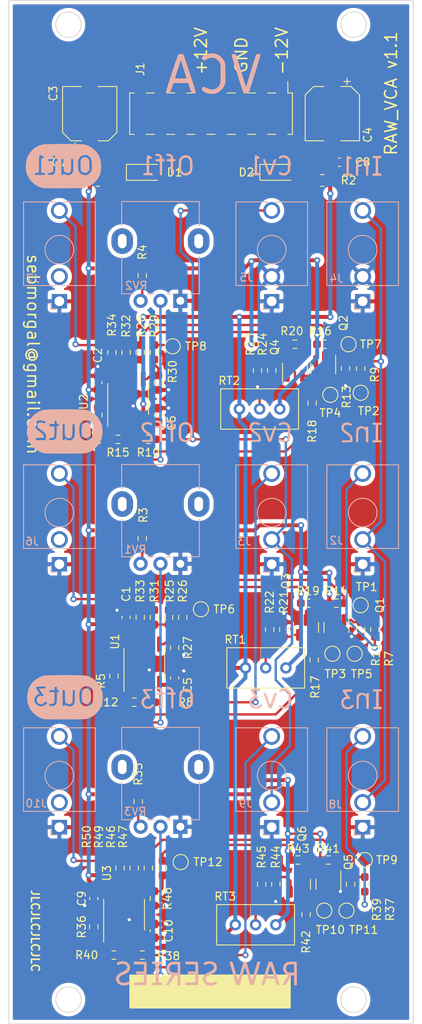
<source format=kicad_pcb>
(kicad_pcb (version 20211014) (generator pcbnew)
  (layers (0 "F.Cu" signal) (31 "B.Cu" signal) (34 "B.Paste" user) (35 "F.Paste" user) (36 "B.SilkS" user "B.Silkscreen") (37 "F.SilkS" user "F.Silkscreen") (38 "B.Mask" user) (39 "F.Mask" user) (44 "Edge.Cuts" user))
  (net 0 "")
  (net 1 "+12VA")
  (net 2 "GNDA")
  (net 3 "-12VA")
  (net 4 "Net-(D1-Pad1)")
  (net 5 "+12V")
  (net 6 "-12V")
  (net 7 "Net-(D2-Pad2)")
  (net 14 "Net-(J2-PadT)")
  (net 15 "IN1")
  (net 16 "Net-(J3-PadT)")
  (net 17 "CV1")
  (net 18 "Net-(J6-PadT)")
  (net 20 "Net-(J7-PadT)")
  (net 22 "Net-(Q1-Pad1)")
  (net 23 "Net-(Q1-Pad2)")
  (net 24 "Net-(Q1-Pad3)")
  (net 25 "Net-(Q2-Pad1)")
  (net 26 "Net-(Q2-Pad2)")
  (net 27 "Net-(Q2-Pad3)")
  (net 28 "Net-(Q3-Pad1)")
  (net 29 "Net-(Q3-Pad3)")
  (net 30 "Net-(Q4-Pad1)")
  (net 31 "Net-(Q4-Pad3)")
  (net 32 "Net-(R3-Pad2)")
  (net 33 "Net-(R4-Pad2)")
  (net 34 "Net-(R12-Pad2)")
  (net 35 "Net-(R5-Pad2)")
  (net 36 "Net-(R10-Pad1)")
  (net 37 "Net-(R6-Pad2)")
  (net 38 "Net-(R12-Pad1)")
  (net 39 "Net-(R15-Pad1)")
  (net 40 "Net-(R22-Pad1)")
  (net 41 "Net-(R24-Pad1)")
  (net 42 "Net-(R25-Pad2)")
  (net 43 "Net-(R26-Pad2)")
  (net 44 "Net-(R28-Pad2)")
  (net 45 "Net-(R29-Pad2)")
  (net 46 "Net-(R31-Pad1)")
  (net 47 "Net-(R32-Pad1)")
  (net 48 "Net-(J8-PadT)")
  (net 49 "Net-(J9-PadT)")
  (net 50 "Net-(J10-PadT)")
  (net 52 "Net-(Q5-Pad1)")
  (net 53 "Net-(Q5-Pad2)")
  (net 54 "Net-(Q5-Pad3)")
  (net 55 "Net-(Q6-Pad1)")
  (net 56 "Net-(Q6-Pad3)")
  (net 57 "Net-(R35-Pad2)")
  (net 58 "Net-(R36-Pad1)")
  (net 59 "Net-(R36-Pad2)")
  (net 60 "Net-(R40-Pad1)")
  (net 61 "Net-(R45-Pad1)")
  (net 62 "Net-(R46-Pad2)")
  (net 63 "Net-(R47-Pad2)")
  (net 64 "Net-(R49-Pad1)")
  (footprint "Resistor_SMD:R_0603_1608Metric_Pad0.98x0.95mm_HandSolder" (layer "F.Cu") (at 74.676 94.234)
    (fp_text reference "R15")
    (fp_text value "82k")
  )
  (footprint "Capacitor_SMD:C_0603_1608Metric_Pad1.08x0.95mm_HandSolder" (layer "F.Cu") (at 70.358 59.436 180)
    (fp_text reference "C7")
    (fp_text value "0.1uF")
  )
  (footprint "Resistor_SMD:R_0603_1608Metric_Pad0.98x0.95mm_HandSolder" (layer "F.Cu") (at 93.726 118.11 90)
    (fp_text reference "R22")
    (fp_text value "100k")
  )
  (footprint "Resistor_SMD:R_0603_1608Metric_Pad0.98x0.95mm_HandSolder" (layer "F.Cu") (at 92.202 85.598 -90)
    (fp_text reference "R23")
    (fp_text value "100")
  )
  (footprint "Resistor_SMD:R_0603_1608Metric_Pad0.98x0.95mm_HandSolder" (layer "F.Cu") (at 71.628 155.448 -90)
    (fp_text reference "R36")
    (fp_text value "100k")
  )
  (footprint "Potentiometer_THT:Potentiometer_Bourns_3296W_Vertical" (layer "F.Cu") (at 95.768 122.936)
    (fp_text reference "RT1")
    (fp_text value "100k")
  )
  (footprint "Resistor_SMD:R_0603_1608Metric_Pad0.98x0.95mm_HandSolder" (layer "F.Cu") (at 74.93 148.082 90)
    (fp_text reference "R50")
    (fp_text value "1k")
  )
  (footprint "Resistor_SMD:R_0603_1608Metric_Pad0.98x0.95mm_HandSolder" (layer "F.Cu") (at 79.248 83.312 -90)
    (fp_text reference "R29")
    (fp_text value "10k")
  )
  (footprint "TestPoint:TestPoint_Pad_D1.5mm" (layer "F.Cu") (at 104.394 121.158)
    (fp_text reference "TP5")
    (fp_text value "TestPoint")
  )
  (footprint "Potentiometer_THT:Potentiometer_Bourns_3296W_Vertical" (layer "F.Cu") (at 95.006 90.424)
    (fp_text reference "RT2")
    (fp_text value "100k")
  )
  (footprint "Resistor_SMD:R_0603_1608Metric_Pad0.98x0.95mm_HandSolder" (layer "F.Cu") (at 78.486 94.234)
    (fp_text reference "R10")
    (fp_text value "100k")
  )
  (footprint "TestPoint:TestPoint_Pad_D1.5mm" (layer "F.Cu") (at 100.584 153.416)
    (fp_text reference "TP10")
    (fp_text value "TestPoint")
  )
  (footprint "Package_TO_SOT_SMD:SOT-23" (layer "F.Cu") (at 101.102 150.114 -90)
    (fp_text reference "Q5")
    (fp_text value "BC848")
  )
  (footprint "Capacitor_SMD:CP_Elec_6.3x5.4" (layer "F.Cu") (at 101.6 53.34 -90)
    (fp_text reference "C4")
    (fp_text value "47uF")
  )
  (footprint "Resistor_SMD:R_0603_1608Metric_Pad0.98x0.95mm_HandSolder" (layer "F.Cu") (at 79.756 87.122 -90)
    (fp_text reference "R30")
    (fp_text value "100k")
  )
  (footprint "Resistor_SMD:R_0603_1608Metric_Pad0.98x0.95mm_HandSolder" (layer "F.Cu") (at 106.934 118.11 -90)
    (fp_text reference "R7")
    (fp_text value "100k")
  )
  (footprint "Resistor_SMD:R_0603_1608Metric_Pad0.98x0.95mm_HandSolder" (layer "F.Cu") (at 77.724 106.68 -90)
    (fp_text reference "R3")
    (fp_text value "20k")
  )
  (footprint "Resistor_SMD:R_0603_1608Metric_Pad0.98x0.95mm_HandSolder" (layer "F.Cu") (at 102.108 114.808)
    (fp_text reference "R14")
    (fp_text value "20k")
  )
  (footprint "Resistor_SMD:R_0603_1608Metric_Pad0.98x0.95mm_HandSolder" (layer "F.Cu") (at 105.674 150.114 -90)
    (fp_text reference "R37")
    (fp_text value "100k")
  )
  (footprint "Capacitor_SMD:C_0603_1608Metric_Pad1.08x0.95mm_HandSolder" (layer "F.Cu") (at 102.5155 59.436)
    (fp_text reference "C8")
    (fp_text value "0.1uF")
  )
  (footprint "Resistor_SMD:R_0805_2012Metric_Pad1.20x1.40mm_HandSolder" (layer "F.Cu") (at 100.33 61.722)
    (fp_text reference "R2")
    (fp_text value "10")
  )
  (footprint "Package_TO_SOT_SMD:SOT-23" (layer "F.Cu") (at 96.901 85.344 90)
    (fp_text reference "Q4")
    (fp_text value "BC848")
  )
  (footprint "Resistor_SMD:R_0603_1608Metric_Pad0.98x0.95mm_HandSolder" (layer "F.Cu") (at 94.498 150.114 -90)
    (fp_text reference "R44")
    (fp_text value "100")
  )
  (footprint "Package_SO:SOIC-8_3.9x4.9mm_P1.27mm" (layer "F.Cu") (at 75.438 153.924 90)
    (fp_text reference "U3")
    (fp_text value "TL072")
  )
  (footprint "Resistor_SMD:R_0603_1608Metric_Pad0.98x0.95mm_HandSolder" (layer "F.Cu") (at 77.216 139.7 -90)
    (fp_text reference "R35")
    (fp_text value "20k")
  )
  (footprint "Capacitor_SMD:C_0603_1608Metric_Pad1.08x0.95mm_HandSolder" (layer "F.Cu") (at 71.628 151.892 -90)
    (fp_text reference "C9")
    (fp_text value "0.1uF")
  )
  (footprint "TestPoint:TestPoint_Pad_D1.5mm" (layer "F.Cu") (at 105.156 115.062)
    (fp_text reference "TP1")
    (fp_text value "TestPoint")
  )
  (footprint "Resistor_SMD:R_0603_1608Metric_Pad0.98x0.95mm_HandSolder" (layer "F.Cu") (at 76.708 148.082 -90)
    (fp_text reference "R49")
    (fp_text value "100k")
  )
  (footprint "Capacitor_SMD:C_0603_1608Metric_Pad1.08x0.95mm_HandSolder" (layer "F.Cu") (at 81.788 124.206 90)
    (fp_text reference "C5")
    (fp_text value "0.1uF")
  )
  (footprint "Package_TO_SOT_SMD:SOT-23" (layer "F.Cu") (at 102.108 117.856 -90)
    (fp_text reference "Q1")
    (fp_text value "BC848")
  )
  (footprint "Resistor_SMD:R_0603_1608Metric_Pad0.98x0.95mm_HandSolder" (layer "F.Cu") (at 81.788 120.396 -90)
    (fp_text reference "R27")
    (fp_text value "100k")
  )
  (footprint "TestPoint:TestPoint_Pad_D1.5mm" (layer "F.Cu") (at 101.6 121.158)
    (fp_text reference "TP3")
    (fp_text value "TestPoint")
  )
  (footprint "Resistor_SMD:R_0603_1608Metric_Pad0.98x0.95mm_HandSolder" (layer "F.Cu") (at 72.136 91.186 -90)
    (fp_text reference "R6")
    (fp_text value "100k")
  )
  (footprint "Resistor_SMD:R_0603_1608Metric_Pad0.98x0.95mm_HandSolder" (layer "F.Cu") (at 101.102 147.066)
    (fp_text reference "R41")
    (fp_text value "20k")
  )
  (footprint "Resistor_SMD:R_0805_2012Metric_Pad1.20x1.40mm_HandSolder" (layer "F.Cu") (at 72.136 61.722 180)
    (fp_text reference "R1")
    (fp_text value "10")
  )
  (footprint "Package_TO_SOT_SMD:SOT-23" (layer "F.Cu") (at 98.298 117.856 90)
    (fp_text reference "Q3")
    (fp_text value "BC848")
  )
  (footprint "Package_TO_SOT_SMD:SOT-23" (layer "F.Cu") (at 97.292 150.114 90)
    (fp_text reference "Q6")
    (fp_text value "BC848")
  )
  (footprint "Resistor_SMD:R_0603_1608Metric_Pad0.98x0.95mm_HandSolder" (layer "F.Cu") (at 74.168 123.952 -90)
    (fp_text reference "R5")
    (fp_text value "100k")
  )
  (footprint "Potentiometer_THT:Potentiometer_Bourns_3296W_Vertical" (layer "F.Cu") (at 94.498 155.194)
    (fp_text reference "RT3")
    (fp_text value "100k")
  )
  (footprint "Resistor_SMD:R_0603_1608Metric_Pad0.98x0.95mm_HandSolder" (layer "F.Cu") (at 98.552 114.808)
    (fp_text reference "R19")
    (fp_text value "20k")
  )
  (footprint "Resistor_SMD:R_0603_1608Metric_Pad0.98x0.95mm_HandSolder" (layer "F.Cu") (at 79.248 116.586 -90)
    (fp_text reference "R31")
    (fp_text value "100k")
  )
  (footprint "Capacitor_SMD:C_0603_1608Metric_Pad1.08x0.95mm_HandSolder" (layer "F.Cu") (at 75.692 116.586 90)
    (fp_text reference "C1")
    (fp_text value "0.1uF")
  )
  (footprint "Resistor_SMD:R_0603_1608Metric_Pad0.98x0.95mm_HandSolder" (layer "F.Cu") (at 97.292 147.066)
    (fp_text reference "R43")
    (fp_text value "20k")
  )
  (footprint "TestPoint:TestPoint_Pad_D1.5mm" (layer "F.Cu") (at 103.632 82.296)
    (fp_text reference "TP7")
    (fp_text value "TestPoint")
  )
  (footprint "Diode_SMD:D_SOD-123" (layer "F.Cu") (at 77.978 60.706)
    (fp_text reference "D1")
    (fp_text value "1N5819")
  )
  (footprint "TestPoint:TestPoint_Pad_D1.5mm" (layer "F.Cu") (at 85.09 115.57)
    (fp_text reference "TP6")
    (fp_text value "TestPoint")
  )
  (footprint "Resistor_SMD:R_0603_1608Metric_Pad0.98x0.95mm_HandSolder" (layer "F.Cu") (at 81.026 116.586 -90)
    (fp_text reference "R25")
    (fp_text value "10k")
  )
  (footprint "Resistor_SMD:R_0603_1608Metric_Pad0.98x0.95mm_HandSolder" (layer "F.Cu") (at 76.708 127.254)
    (fp_text reference "R12")
    (fp_text value "82k")
  )
  (footprint "Capacitor_SMD:CP_Elec_6.3x5.4" (layer "F.Cu") (at 71.12 53.34 90)
    (fp_text reference "C3")
    (fp_text value "47uF")
  )
  (footprint "Package_SO:SOIC-8_3.9x4.9mm_P1.27mm" (layer "F.Cu") (at 75.946 89.154 90)
    (fp_text reference "U2")
    (fp_text value "TL072")
  )
  (footprint "Resistor_SMD:R_0603_1608Metric_Pad0.98x0.95mm_HandSolder" (layer "F.Cu") (at 105.156 85.344 90)
    (fp_text reference "R9")
    (fp_text value "100k")
  )
  (footprint "TestPoint:TestPoint_Pad_D1.5mm" (layer "F.Cu") (at 81.534 82.55)
    (fp_text reference "TP8")
    (fp_text value "TestPoint")
  )
  (footprint "Resistor_SMD:R_0603_1608Metric_Pad0.98x0.95mm_HandSolder" (layer "F.Cu") (at 80.264 148.082 -90)
    (fp_text reference "R47")
    (fp_text value "10k")
  )
  (footprint "Resistor_SMD:R_0603_1608Metric_Pad0.98x0.95mm_HandSolder" (layer "F.Cu") (at 77.724 73.66 -90)
    (fp_text reference "R4")
    (fp_text value "20k")
  )
  (footprint "Resistor_SMD:R_0603_1608Metric_Pad0.98x0.95mm_HandSolder" (layer "F.Cu") (at 80.264 127.254)
    (fp_text reference "R8")
    (fp_text value "100k")
  )
  (footprint "Resistor_SMD:R_0603_1608Metric_Pad0.98x0.95mm_HandSolder" (layer "F.Cu") (at 98.298 153.924 -90)
    (fp_text reference "R42")
    (fp_text value "10k")
  )
  (footprint "Resistor_SMD:R_0603_1608Metric_Pad0.98x0.95mm_HandSolder" (layer "F.Cu") (at 103.251 85.344 -90)
    (fp_text reference "R13")
    (fp_text value "100")
  )
  (footprint "Capacitor_SMD:C_0603_1608Metric_Pad1.08x0.95mm_HandSolder" (layer "F.Cu") (at 72.136 87.122 90)
    (fp_text reference "C2")
    (fp_text value "0.1uF")
  )
  (footprint "Capacitor_SMD:C_0603_1608Metric_Pad1.08x0.95mm_HandSolder" (layer "F.Cu") (at 79.248 155.956 90)
    (fp_text reference "C10")
    (fp_text value "0.1uF")
  )
  (footprint "TestPoint:TestPoint_Pad_D1.5mm" (layer "F.Cu") (at 101.346 88.646)
    (fp_text reference "TP4")
    (fp_text value "TestPoint")
  )
  (footprint "Resistor_SMD:R_0603_1608Metric_Pad0.98x0.95mm_HandSolder" (layer "F.Cu") (at 77.724 159.004)
    (fp_text reference "R38")
    (fp_text value "100k")
  )
  (footprint "Resistor_SMD:R_0603_1608Metric_Pad0.98x0.95mm_HandSolder" (layer "F.Cu") (at 92.72 150.114 90)
    (fp_text reference "R45")
    (fp_text value "100k")
  )
  (footprint "Resistor_SMD:R_0603_1608Metric_Pad0.98x0.95mm_HandSolder" (layer "F.Cu") (at 77.47 116.586 90)
    (fp_text reference "R33")
    (fp_text value "1k")
  )
  (footprint "Diode_SMD:D_SOD-123" (layer "F.Cu") (at 94.742 60.706)
    (fp_text reference "D2")
    (fp_text value "1N5819")
  )
  (footprint "Resistor_SMD:R_0603_1608Metric_Pad0.98x0.95mm_HandSolder" (layer "F.Cu") (at 99.06 89.662 -90)
    (fp_text reference "R18")
    (fp_text value "10k")
  )
  (footprint "TestPoint:TestPoint_Pad_D1.5mm" (layer "F.Cu") (at 105.156 88.392)
    (fp_text reference "TP2")
    (fp_text value "TestPoint")
  )
  (footprint "TestPoint:TestPoint_Pad_D1.5mm" (layer "F.Cu") (at 103.378 153.416)
    (fp_text reference "TP11")
    (fp_text value "TestPoint")
  )
  (footprint "Resistor_SMD:R_0603_1608Metric_Pad0.98x0.95mm_HandSolder" (layer "F.Cu") (at 77.47 83.312 -90)
    (fp_text reference "R28")
    (fp_text value "10k")
  )
  (footprint "Resistor_SMD:R_0603_1608Metric_Pad0.98x0.95mm_HandSolder" (layer "F.Cu") (at 99.314 121.92 -90)
    (fp_text reference "R17")
    (fp_text value "10k")
  )
  (footprint "Resistor_SMD:R_0603_1608Metric_Pad0.98x0.95mm_HandSolder" (layer "F.Cu") (at 105.156 118.11 -90)
    (fp_text reference "R11")
    (fp_text value "100")
  )
  (footprint "Resistor_SMD:R_0603_1608Metric_Pad0.98x0.95mm_HandSolder" (layer "F.Cu") (at 82.804 116.586 -90)
    (fp_text reference "R26")
    (fp_text value "10k")
  )
  (footprint "Resistor_SMD:R_0603_1608Metric_Pad0.98x0.95mm_HandSolder" (layer "F.Cu") (at 73.914 83.312 90)
    (fp_text reference "R34")
    (fp_text value "1k")
  )
  (footprint "Resistor_SMD:R_0603_1608Metric_Pad0.98x0.95mm_HandSolder" (layer "F.Cu") (at 79.248 151.892 -90)
    (fp_text reference "R48")
    (fp_text value "100k")
  )
  (footprint "Resistor_SMD:R_0603_1608Metric_Pad0.98x0.95mm_HandSolder" (layer "F.Cu") (at 78.486 148.082 -90)
    (fp_text reference "R46")
    (fp_text value "10k")
  )
  (footprint "TestPoint:TestPoint_Pad_D1.5mm" (layer "F.Cu") (at 82.55 147.32)
    (fp_text reference "TP12")
    (fp_text value "TestPoint")
  )
  (footprint "Resistor_SMD:R_0603_1608Metric_Pad0.98x0.95mm_HandSolder" (layer "F.Cu") (at 75.692 83.312 -90)
    (fp_text reference "R32")
    (fp_text value "100k")
  )
  (footprint "Capacitor_SMD:C_0603_1608Metric_Pad1.08x0.95mm_HandSolder" (layer "F.Cu") (at 79.756 91.186 90)
    (fp_text reference "C6")
    (fp_text value "0.1uF")
  )
  (footprint "Connector_PinHeader_2.54mm:PinHeader_2x08_P2.54mm_Vertical_SMD" (layer "F.Cu") (at 86.36 53.34 -90)
    (fp_text reference "J1")
    (fp_text value "Conn_02x08_Odd_Even")
  )
  (footprint "TestPoint:TestPoint_Pad_D1.5mm" (layer "F.Cu") (at 105.664 147.066)
    (fp_text reference "TP9")
    (fp_text value "TestPoint")
  )
  (footprint "Package_TO_SOT_SMD:SOT-23" (layer "F.Cu") (at 100.457 85.344 -90)
    (fp_text reference "Q2")
    (fp_text value "BC848")
  )
  (footprint "Package_SO:SOIC-8_3.9x4.9mm_P1.27mm" (layer "F.Cu") (at 77.978 122.428 90)
    (fp_text reference "U1")
    (fp_text value "TL072")
  )
  (footprint "Resistor_SMD:R_0603_1608Metric_Pad0.98x0.95mm_HandSolder" (layer "F.Cu") (at 96.901 82.296)
    (fp_text reference "R20")
    (fp_text value "20k")
  )
  (footprint "Resistor_SMD:R_0603_1608Metric_Pad0.98x0.95mm_HandSolder" (layer "F.Cu") (at 103.896 150.114 -90)
    (fp_text reference "R39")
    (fp_text value "100")
  )
  (footprint "Resistor_SMD:R_0603_1608Metric_Pad0.98x0.95mm_HandSolder" (layer "F.Cu") (at 100.584 82.296)
    (fp_text reference "R16")
    (fp_text value "20k")
  )
  (footprint "Resistor_SMD:R_0603_1608Metric_Pad0.98x0.95mm_HandSolder" (layer "F.Cu") (at 93.98 85.598 90)
    (fp_text reference "R24")
    (fp_text value "100k")
  )
  (footprint "Resistor_SMD:R_0603_1608Metric_Pad0.98x0.95mm_HandSolder" (layer "F.Cu") (at 74.168 159.004)
    (fp_text reference "R40")
    (fp_text value "82k")
  )
  (footprint "Resistor_SMD:R_0603_1608Metric_Pad0.98x0.95mm_HandSolder" (layer "F.Cu") (at 95.504 118.11 90)
    (fp_text reference "R21")
    (fp_text value "100")
  )
  (footprint "Connector_Audio:Jack_3.5mm_QingPu_WQP-PJ398SM_Vertical_CircularHoles" (layer "B.Cu") (at 67.31 109.92)
    (fp_text reference "J6")
    (fp_text value "AudioJack2_SwitchT")
  )
  (footprint "Connector_Audio:Jack_3.5mm_QingPu_WQP-PJ398SM_Vertical_CircularHoles" (layer "B.Cu") (at 105.41 109.92)
    (fp_text reference "J2")
    (fp_text value "AudioJack2_SwitchT")
  )
  (footprint "Connector_Audio:Jack_3.5mm_QingPu_WQP-PJ398SM_Vertical_CircularHoles" (layer "B.Cu") (at 93.98 76.9)
    (fp_text reference "J5")
    (fp_text value "AudioJack2_SwitchT")
  )
  (footprint "Connector_Audio:Jack_3.5mm_QingPu_WQP-PJ398SM_Vertical_CircularHoles" (layer "B.Cu") (at 105.41 76.9)
    (fp_text reference "J4")
    (fp_text value "AudioJack2_SwitchT")
  )
  (footprint "Potentiometer_THT:Potentiometer_Alpha_RD901F-40-00D_Single_Vertical" (layer "B.Cu") (at 82.51 109.865 90)
    (fp_text reference "RV1")
    (fp_text value "100k")
  )
  (footprint "Connector_Audio:Jack_3.5mm_QingPu_WQP-PJ398SM_Vertical_CircularHoles" (layer "B.Cu") (at 67.31 76.9)
    (fp_text reference "J7")
    (fp_text value "AudioJack2_SwitchT")
  )
  (footprint "Connector_Audio:Jack_3.5mm_QingPu_WQP-PJ398SM_Vertical_CircularHoles" (layer "B.Cu") (at 105.41 142.94)
    (fp_text reference "J8")
    (fp_text value "AudioJack2_SwitchT")
  )
  (footprint "Connector_Audio:Jack_3.5mm_QingPu_WQP-PJ398SM_Vertical_CircularHoles" (layer "B.Cu") (at 93.98 142.94)
    (fp_text reference "J9")
    (fp_text value "AudioJack2_SwitchT")
  )
  (footprint "Potentiometer_THT:Potentiometer_Alpha_RD901F-40-00D_Single_Vertical" (layer "B.Cu") (at 82.51 142.885 90)
    (fp_text reference "RV3")
    (fp_text value "100k")
  )
  (footprint "LOGO" (layer "B.Cu") (at 85.471 104.267 180)
    (fp_text reference "G***" hide)
    (fp_text value "LOGO" hide)
  )
  (footprint "Connector_Audio:Jack_3.5mm_QingPu_WQP-PJ398SM_Vertical_CircularHoles" (layer "B.Cu") (at 67.31 142.94)
    (fp_text reference "J10")
    (fp_text value "AudioJack2_SwitchT")
  )
  (footprint "Potentiometer_THT:Potentiometer_Alpha_RD901F-40-00D_Single_Vertical" (layer "B.Cu") (at 82.51 76.845 90)
    (fp_text reference "RV2")
    (fp_text value "100k")
  )
  (footprint "Connector_Audio:Jack_3.5mm_QingPu_WQP-PJ398SM_Vertical_CircularHoles" (layer "B.Cu") (at 93.98 109.92)
    (fp_text reference "J3")
    (fp_text value "AudioJack2_SwitchT")
  )
  (gr_poly (pts (xy 96.266 165.608) (xy 76.2 165.608) (xy 76.2 161.544) (xy 96.266 161.544)) (layer "F.SilkS") (width 0.2) (fill solid))
  (gr_line (start 111.76 167.64) (end 111.76 39.116) (layer "Edge.Cuts") (width 0.1))
  (gr_circle (center 104.267 164.592) (end 105.8672 164.592) (layer "Edge.Cuts") (width 0.1) (fill none))
  (gr_line (start 111.76 39.116) (end 60.96 39.116) (layer "Edge.Cuts") (width 0.1))
  (gr_circle (center 68.453 164.592) (end 70.0532 164.592) (layer "Edge.Cuts") (width 0.1) (fill none))
  (gr_line (start 111.76 167.64) (end 60.96 167.64) (layer "Edge.Cuts") (width 0.1))
  (gr_circle (center 68.453 42.164) (end 70.0532 42.164) (layer "Edge.Cuts") (width 0.1) (fill none))
  (gr_circle (center 104.267 42.164) (end 105.8672 42.164) (layer "Edge.Cuts") (width 0.1) (fill none))
  (gr_line (start 60.96 39.116) (end 60.96 167.64) (layer "Edge.Cuts") (width 0.1))
  (gr_text "JLCJLCJLCJLC" (at 64.262 155.956 270) (layer "F.SilkS") (effects (font (size 1 1) (thickness 0.2))))
  (gr_text "sebmorgal@gmail.com" (at 64.008 83.566 270) (layer "F.SilkS") (effects (font (size 1.5 1.5) (thickness 0.2))))
  (gr_text "+12V" (at 85.09 45.466 90) (layer "F.SilkS") (effects (font (size 1.5 1.5) (thickness 0.2))))
  (gr_text "GND" (at 90.17 45.974 90) (layer "F.SilkS") (effects (font (size 1.5 1.5) (thickness 0.2))))
  (gr_text "RAW_VCA v1.1" (at 108.966 50.8 90) (layer "F.SilkS") (effects (font (size 1.5 1.5) (thickness 0.2))))
  (gr_text "-12V" (at 95.25 45.466 90) (layer "F.SilkS") (effects (font (size 1.5 1.5) (thickness 0.2))))
  (segment (start 71.12 59.3355) (end 71.2205 59.436) (width 0.5) (layer "F.Cu") (net 1))
  (segment (start 100.076 143.764) (end 96.012 143.764) (width 0.3) (layer "F.Cu") (net 1))
  (segment (start 91.44 71.882) (end 90.551 72.771) (width 0.5) (layer "F.Cu") (net 1))
  (segment (start 72.263 148.971) (end 73.533 150.241) (width 0.5) (layer "F.Cu") (net 1))
  (segment (start 70.993 148.971) (end 72.263 148.971) (width 0.5) (layer "F.Cu") (net 1))
  (segment (start 71.0195 117.4485) (end 75.692 117.4485) (width 0.5) (layer "F.Cu") (net 1))
  (segment (start 100.076 145.796) (end 100.076 146.9525) (width 0.3) (layer "F.Cu") (net 1))
  (segment (start 74.041 87.757) (end 73.787 88.011) (width 0.5) (layer "F.Cu") (net 1))
  (segment (start 101.219 110.998) (end 97.79 110.998) (width 0.5) (layer "F.Cu") (net 1))
  (segment (start 70.993 149.606) (end 71.628 150.241) (width 0.5) (layer "F.Cu") (net 1))
  (segment (start 70.993 148.971) (end 70.993 149.606) (width 0.5) (layer "F.Cu") (net 1))
  (segment (start 76.073 119.953) (end 76.073 118.745) (width 0.5) (layer "F.Cu") (net 1))
  (segment (start 71.2205 59.436) (end 71.2205 61.6375) (width 0.5) (layer "F.Cu") (net 1))
  (segment (start 91.567 71.755) (end 99.695 71.755) (width 0.5) (layer "F.Cu") (net 1))
  (segment (start 97.79 110.998) (end 97.663 110.871) (width 0.5) (layer "F.Cu") (net 1))
  (segment (start 96.012 145.923) (end 96.3795 146.2905) (width 0.5) (layer "F.Cu") (net 1))
  (segment (start 70.993 117.475) (end 71.0195 117.4485) (width 0.5) (layer "F.Cu") (net 1))
  (segment (start 97.6395 114.808) (end 97.6395 113.6885) (width 0.5) (layer "F.Cu") (net 1))
  (segment (start 70.993 105.664) (end 91.821 105.664) (width 0.5) (layer "F.Cu") (net 1))
  (segment (start 76.073 118.745) (end 75.692 118.364) (width 0.5) (layer "F.Cu") (net 1))
  (segment (start 70.993 88.011) (end 72.1095 88.011) (width 0.5) (layer "F.Cu") (net 1))
  (segment (start 70.993 63.119) (end 71.136 62.976) (width 0.5) (layer "F.Cu") (net 1))
  (segment (start 72.1095 88.011) (end 72.136 87.9845) (width 0.5) (layer "F.Cu") (net 1))
  (segment (start 71.628 150.241) (end 71.628 151.0295) (width 0.5) (layer "F.Cu") (net 1))
  (segment (start 75.692 118.364) (end 75.692 117.4485) (width 0.5) (layer "F.Cu") (net 1))
  (segment (start 91.44 71.882) (end 91.567 71.755) (width 0.5) (layer "F.Cu") (net 1))
  (segment (start 96.3795 146.2905) (end 96.3795 147.066) (width 0.5) (layer "F.Cu") (net 1))
  (segment (start 97.6395 113.6885) (end 97.663 113.665) (width 0.5) (layer "F.Cu") (net 1))
  (segment (start 100.076 146.9525) (end 100.1895 147.066) (width 0.3) (layer "F.Cu") (net 1))
  (segment (start 91.44 82.296) (end 95.9885 82.296) (width 0.5) (layer "F.Cu") (net 1))
  (segment (start 101.219 114.7845) (end 101.1955 114.808) (width 0.5) (layer "F.Cu") (net 1))
  (segment (start 74.041 86.679) (end 74.041 87.757) (width 0.5) (layer "F.Cu") (net 1))
  (segment (start 92.456 105.029) (end 97.663 105.029) (width 0.5) (layer "F.Cu") (net 1))
  (segment (start 73.533 150.241) (end 73.533 151.449) (width 0.5) (layer "F.Cu") (net 1))
  (segment (start 71.136 62.976) (end 71.136 61.722) (width 0.5) (layer "F.Cu") (net 1))
  (segment (start 73.787 88.011) (end 72.1625 88.011) (width 0.5) (layer "F.Cu") (net 1))
  (segment (start 90.551 72.771) (end 70.993 72.771) (width 0.5) (layer "F.Cu") (net 1))
  (segment (start 93.218 137.033) (end 91.44 138.811) (width 0.5) (layer "F.Cu") (net 1))
  (segment (start 71.2205 61.6375) (end 71.136 61.722) (width 0.5) (layer "F.Cu") (net 1))
  (segment (start 70.993 138.811) (end 82.5265 138.811) (width 0.5) (layer "F.Cu") (net 1))
  (segment (start 71.12 56.14) (end 71.12 59.3355) (width 0.5) (layer "F.Cu") (net 1))
  (segment (start 72.1625 88.011) (end 72.136 87.9845) (width 0.5) (layer "F.Cu") (net 1))
  (segment (start 99.6715 82.296) (end 99.6715 81.1765) (width 0.5) (layer "F.Cu") (net 1))
  (segment (start 91.44 138.811) (end 82.5735 138.811) (width 0.5) (layer "F.Cu") (net 1))
  (segment (start 91.821 105.664) (end 92.456 105.029) (width 0.5) (layer "F.Cu") (net 1))
  (segment (start 96.012 137.033) (end 93.218 137.033) (width 0.5) (layer "F.Cu") (net 1))
  (segment (start 101.219 113.665) (end 101.219 114.7845) (width 0.5) (layer "F.Cu") (net 1))
  (segment (start 99.6715 81.1765) (end 99.695 81.153) (width 0.5) (layer "F.Cu") (net 1))
  (via (at 70.993 72.771) (size 0.8) (drill 0.4) (layers "F.Cu" "B.Cu") (net 1))
  (via (at 91.44 82.296) (size 0.8) (drill 0.4) (layers "F.Cu" "B.Cu") (net 1))
  (via (at 97.663 113.665) (size 0.8) (drill 0.4) (layers "F.Cu" "B.Cu") (net 1))
  (via (at 70.993 148.971) (size 0.8) (drill 0.4) (layers "F.Cu" "B.Cu") (net 1))
  (via (at 70.993 88.011) (size 0.8) (drill 0.4) (layers "F.Cu" "B.Cu") (net 1))
  (via (at 96.012 137.033) (size 0.8) (drill 0.4) (layers "F.Cu" "B.Cu") (net 1))
  (via (at 70.993 117.475) (size 0.8) (drill 0.4) (layers "F.Cu" "B.Cu") (net 1))
  (via (at 91.44 71.882) (size 0.8) (drill 0.4) (layers "F.Cu" "B.Cu") (net 1))
  (via (at 100.076 143.764) (size 0.8) (drill 0.4) (layers "F.Cu" "B.Cu") (net 1))
  (via (at 99.695 71.755) (size 0.8) (drill 0.4) (layers "F.Cu" "B.Cu") (net 1))
  (via (at 96.012 145.923) (size 0.8) (drill 0.4) (layers "F.Cu" "B.Cu") (net 1))
  (via (at 101.219 113.665) (size 0.8) (drill 0.4) (layers "F.Cu" "B.Cu") (net 1))
  (via (at 100.076 145.796) (size 0.8) (drill 0.4) (layers "F.Cu" "B.Cu") (net 1))
  (via (at 70.993 138.811) (size 0.8) (drill 0.4) (layers "F.Cu" "B.Cu") (net 1))
  (via (at 97.663 105.029) (size 0.8) (drill 0.4) (layers "F.Cu" "B.Cu") (net 1))
  (via (at 96.012 143.764) (size 0.8) (drill 0.4) (layers "F.Cu" "B.Cu") (net 1))
  (via (at 97.663 110.871) (size 0.8) (drill 0.4) (layers "F.Cu" "B.Cu") (net 1))
  (via (at 99.695 81.153) (size 0.8) (drill 0.4) (layers "F.Cu" "B.Cu") (net 1))
  (via (at 70.993 63.119) (size 0.8) (drill 0.4) (layers "F.Cu" "B.Cu") (net 1))
  (via (at 70.993 105.664) (size 0.8) (drill 0.4) (layers "F.Cu" "B.Cu") (net 1))
  (via (at 101.219 110.998) (size 0.8) (drill 0.4) (layers "F.Cu" "B.Cu") (net 1))
  (segment (start 97.663 113.665) (end 97.663 110.871) (width 0.5) (layer "B.Cu") (net 1))
  (segment (start 100.076 143.764) (end 100.076 145.796) (width 0.3) (layer "B.Cu") (net 1))
  (segment (start 99.695 81.153) (end 99.695 83.947) (width 0.5) (layer "B.Cu") (net 1))
  (segment (start 97.663 121.041) (end 97.663 113.665) (width 0.5) (layer "B.Cu") (net 1))
  (segment (start 70.993 63.119) (end 70.993 72.771) (width 0.5) (layer "B.Cu") (net 1))
  (segment (start 96.012 137.033) (end 96.012 145.923) (width 0.5) (layer "B.Cu") (net 1))
  (segment (start 70.993 72.771) (end 70.993 88.011) (width 0.5) (layer "B.Cu") (net 1))
  (segment (start 70.993 105.664) (end 70.993 88.011) (width 0.5) (layer "B.Cu") (net 1))
  (segment (start 97.663 110.871) (end 97.663 105.029) (width 0.5) (layer "B.Cu") (net 1))
  (segment (start 99.695 83.947) (end 95.006 88.636) (width 0.5) (layer "B.Cu") (net 1))
  (segment (start 95.768 122.936) (end 97.663 121.041) (width 0.5) (layer "B.Cu") (net 1))
  (segment (start 91.44 71.882) (end 91.44 82.296) (width 0.5) (layer "B.Cu") (net 1))
  (segment (start 70.993 138.811) (end 70.993 117.475) (width 0.5) (layer "B.Cu") (net 1))
  (segment (start 95.006 88.636) (end 95.006 90.424) (width 0.5) (layer "B.Cu") (net 1))
  (segment (start 70.993 117.475) (end 70.993 105.664) (width 0.5) (layer "B.Cu") (net 1))
  (segment (start 99.695 81.153) (end 99.695 71.755) (width 0.5) (layer "B.Cu") (net 1))
  (segment (start 101.219 110.998) (end 101.219 113.665) (width 0.5) (layer "B.Cu") (net 1))
  (segment (start 96.012 153.68) (end 94.498 155.194) (width 0.5) (layer "B.Cu") (net 1))
  (segment (start 96.012 145.923) (end 96.012 153.68) (width 0.5) (layer "B.Cu") (net 1))
  (segment (start 70.993 148.971) (end 70.993 138.811) (width 0.5) (layer "B.Cu") (net 1))
  (segment (start 70.5115 152.7545) (end 71.628 152.7545) (width 0.5) (layer "F.Cu") (net 2))
  (segment (start 79.248 152.8045) (end 80.7485 152.8045) (width 0.5) (layer "F.Cu") (net 2))
  (segment (start 82.55 142.845) (end 82.51 142.885) (width 0.3) (layer "F.Cu") (net 2))
  (segment (start 70.485 152.781) (end 70.5115 152.7545) (width 0.5) (layer "F.Cu") (net 2))
  (segment (start 80.7485 152.8045) (end 80.772 152.781) (width 0.5) (layer "F.Cu") (net 2))
  (segment (start 74.5755 115.7235) (end 74.549 115.697) (width 0.5) (layer "F.Cu") (net 2))
  (segment (start 95.504 117.1975) (end 95.504 116.078) (width 0.5) (layer "F.Cu") (net 2))
  (segment (start 75.692 115.7235) (end 74.5755 115.7235) (width 0.5) (layer "F.Cu") (net 2))
  (segment (start 81.0025 88.0345) (end 81.026 88.011) (width 0.5) (layer "F.Cu") (net 2))
  (segment (start 79.756 88.0345) (end 81.0025 88.0345) (width 0.5) (layer "F.Cu") (net 2))
  (segment (start 79.756 90.3235) (end 80.9995 90.3235) (width 0.5) (layer "F.Cu") (net 2))
  (segment (start 81.788 123.3435) (end 82.9045 123.3435) (width 0.5) (layer "F.Cu") (net 2))
  (segment (start 105.156 119.0225) (end 104.0365 119.0225) (width 0.5) (layer "F.Cu") (net 2))
  (segment (start 79.248 155.0935) (end 80.7455 155.0935) (width 0.5) (layer "F.Cu") (net 2))
  (segment (start 78.613 124.903) (end 78.613 123.19) (width 0.5) (layer "F.Cu") (net 2))
  (segment (start 104.0365 119.0225) (end 104.013 118.999) (width 0.5) (layer "F.Cu") (net 2))
  (segment (start 80.9995 90.3235) (end 81.026 90.297) (width 0.5) (layer "F.Cu") (net 2))
  (segment (start 92.202 86.5105) (end 92.202 87.63) (width 0.5) (layer "F.Cu") (net 2))
  (segment (start 80.7455 155.0935) (end 80.772 155.067) (width 0.5) (layer "F.Cu") (net 2))
  (segment (start 81.788 121.3085) (end 82.9075 121.3085) (width 0.5) (layer "F.Cu") (net 2))
  (segment (start 72.136 86.2595) (end 72.136 85.09) (width 0.5) (layer "F.Cu") (net 2))
  (segment (start 102.6395 151.0265) (end 102.616 151.003) (width 0.5) (layer "F.Cu") (net 2))
  (segment (start 82.9075 121.3085) (end 82.931 121.285) (width 0.5) (layer "F.Cu") (net 2))
  (segment (start 103.896 151.0265) (end 102.6395 151.0265) (width 0.5) (layer "F.Cu") (net 2))
  (segment (start 94.488 152.273) (end 94.498 152.263) (width 0.5) (layer "F.Cu") (net 2))
  (segment (start 76.581 91.629) (end 76.581 90.043) (width 0.5) (layer "F.Cu") (net 2))
  (segment (start 76.073 156.399) (end 76.073 154.559) (width 0.5) (layer "F.Cu") (net 2))
  (segment (start 94.498 152.263) (end 94.498 151.0265) (width 0.5) (layer "F.Cu") (net 2))
  (segment (start 103.251 87.503) (end 103.251 86.2565) (width 0.5) (layer "F.Cu") (net 2))
  (segment (start 82.9045 123.3435) (end 82.931 123.317) (width 0.5) (layer "F.Cu") (net 2))
  (via (at 104.013 118.999) (size 0.8) (drill 0.4) (layers "F.Cu" "B.Cu") (net 2))
  (via (at 94.488 152.273) (size 0.8) (drill 0.4) (layers "F.Cu" "B.Cu") (net 2))
  (via (at 74.549 115.697) (size 0.8) (drill 0.4) (layers "F.Cu" "B.Cu") (net 2))
  (via (at 81.026 88.011) (size 0.8) (drill 0.4) (layers "F.Cu" "B.Cu") (net 2))
  (via (at 78.613 123.19) (size 0.8) (drill 0.4) (layers "F.Cu" "B.Cu") (net 2))
  (via (at 82.931 121.285) (size 0.8) (drill 0.4) (layers "F.Cu" "B.Cu") (net 2))
  (via (at 103.251 87.503) (size 0.8) (drill 0.4) (layers "F.Cu" "B.Cu") (net 2))
  (via (at 82.931 123.317) (size 0.8) (drill 0.4) (layers "F.Cu" "B.Cu") (net 2))
  (via (at 76.581 90.043) (size 0.8) (drill 0.4) (layers "F.Cu" "B.Cu") (net 2))
  (via (at 72.136 85.09) (size 0.8) (drill 0.4) (layers "F.Cu" "B.Cu") (net 2))
  (via (at 95.504 116.078) (size 0.8) (drill 0.4) (layers "F.Cu" "B.Cu") (net 2))
  (via (at 70.485 152.781) (size 0.8) (drill 0.4) (layers "F.Cu" "B.Cu") (net 2))
  (via (at 80.772 155.067) (size 0.8) (drill 0.4) (layers "F.Cu" "B.Cu") (net 2))
  (via (at 102.616 151.003) (size 0.8) (drill 0.4) (layers "F.Cu" "B.Cu") (net 2))
  (via (at 81.026 90.297) (size 0.8) (drill 0.4) (layers "F.Cu" "B.Cu") (net 2))
  (via (at 92.202 87.63) (size 0.8) (drill 0.4) (layers "F.Cu" "B.Cu") (net 2))
  (via (at 76.073 154.559) (size 0.8) (drill 0.4) (layers "F.Cu" "B.Cu") (net 2))
  (via (at 80.772 152.781) (size 0.8) (drill 0.4) (layers "F.Cu" "B.Cu") (net 2))
  (segment (start 78.3325 156.8185) (end 77.913 156.399) (width 0.5) (layer "F.Cu") (net 3))
  (segment (start 101.33 60.595) (end 101.33 61.722) (width 0.5) (layer "F.Cu") (net 3))
  (segment (start 89.916 78.867) (end 101.346 78.867) (width 0.5) (layer "F.Cu") (net 3))
  (segment (start 78.675 91.629) (end 77.851 91.629) (width 0.5) (layer "F.Cu") (net 3))
  (segment (start 77.851 89.789) (end 77.851 91.629) (width 0.5) (layer "F.Cu") (net 3))
  (segment (start 81.788 125.0685) (end 80.0485 125.0685) (width 0.5) (layer "F.Cu") (net 3))
  (segment (start 101.6 59.383) (end 101.653 59.436) (width 0.5) (layer "F.Cu") (net 3))
  (segment (start 79.248 156.8185) (end 78.3325 156.8185) (width 0.5) (layer "F.Cu") (net 3))
  (segment (start 101.653 59.436) (end 101.653 60.272) (width 0.5) (layer "F.Cu") (net 3))
  (segment (start 80.0485 125.0685) (end 79.883 124.903) (width 0.5) (layer "F.Cu") (net 3))
  (segment (start 79.0945 92.0485) (end 78.675 91.629) (width 0.5) (layer "F.Cu") (net 3))
  (segment (start 85.09 122.936) (end 90.688 122.936) (width 0.5) (layer "F.Cu") (net 3))
  (segment (start 101.6 56.14) (end 101.6 59.383) (width 0.5) (layer "F.Cu") (net 3))
  (segment (start 101.653 60.272) (end 101.33 60.595) (width 0.5) (layer "F.Cu") (net 3))
  (segment (start 101.33 61.722) (end 101.33 63.357) (width 0.5) (layer "F.Cu") (net 3))
  (segment (start 87.7935 156.8185) (end 89.418 155.194) (width 0.5) (layer "F.Cu") (net 3))
  (segment (start 81.788 125.0685) (end 82.9575 125.0685) (width 0.5) (layer "F.Cu") (net 3))
  (segment (start 77.851 78.867) (end 89.916 78.867) (width 0.5) (layer "F.Cu") (net 3))
  (segment (start 79.248 156.8185) (end 87.7935 156.8185) (width 0.5) (layer "F.Cu") (net 3))
  (segment (start 79.756 92.0485) (end 79.0945 92.0485) (width 0.5) (layer "F.Cu") (net 3))
  (segment (start 82.9575 125.0685) (end 85.09 122.936) (width 0.5) (layer "F.Cu") (net 3))
  (segment (start 77.913 156.399) (end 77.343 156.399) (width 0.5) (layer "F.Cu") (net 3))
  (segment (start 101.33 63.357) (end 101.346 63.373) (width 0.5) (layer "F.Cu") (net 3))
  (via (at 77.851 78.867) (size 0.8) (drill 0.4) (layers "F.Cu" "B.Cu") (net 3))
  (via (at 101.346 78.867) (size 0.8) (drill 0.4) (layers "F.Cu" "B.Cu") (net 3))
  (via (at 77.851 89.789) (size 0.8) (drill 0.4) (layers "F.Cu" "B.Cu") (net 3))
  (via (at 89.916 78.867) (size 0.8) (drill 0.4) (layers "F.Cu" "B.Cu") (net 3))
  (via (at 101.346 63.373) (size 0.8) (drill 0.4) (layers "F.Cu" "B.Cu") (net 3))
  (segment (start 77.851 78.867) (end 77.851 89.789) (width 0.5) (layer "B.Cu") (net 3))
  (segment (start 89.408 155.184) (end 89.408 125.476) (width 0.5) (layer "B.Cu") (net 3))
  (segment (start 89.926 78.877) (end 89.926 90.424) (width 0.5) (layer "B.Cu") (net 3))
  (segment (start 89.926 90.424) (end 89.926 91.958) (width 0.5) (layer "B.Cu") (net 3))
  (segment (start 90.688 92.72) (end 90.688 122.936) (width 0.5) (layer "B.Cu") (net 3))
  (segment (start 89.916 78.867) (end 89.926 78.877) (width 0.5) (layer "B.Cu") (net 3))
  (segment (start 89.926 91.958) (end 90.688 92.72) (width 0.5) (layer "B.Cu") (net 3))
  (segment (start 89.418 155.194) (end 89.408 155.184) (width 0.5) (layer "B.Cu") (net 3))
  (segment (start 101.346 63.373) (end 101.346 78.867) (width 0.5) (layer "B.Cu") (net 3))
  (segment (start 89.408 125.476) (end 90.688 124.196) (width 0.5) (layer "B.Cu") (net 3))
  (segment (start 90.688 124.196) (end 90.688 122.936) (width 0.5) (layer "B.Cu") (net 3))
  (segment (start 74.422 61.722) (end 73.136 61.722) (width 0.5) (layer "F.Cu") (net 4))
  (segment (start 75.438 60.706) (end 74.422 61.722) (width 0.5) (layer "F.Cu") (net 4))
  (segment (start 76.328 60.706) (end 75.438 60.706) (width 0.5) (layer "F.Cu") (net 4))
  (segment (start 83.947 60.706) (end 79.628 60.706) (width 0.5) (layer "F.Cu") (net 5))
  (segment (start 85.09 59.563) (end 83.947 60.706) (width 0.5) (layer "F.Cu") (net 5))
  (segment (start 85.09 50.815) (end 85.09 55.865) (width 0.5) (layer "F.Cu") (net 5))
  (segment (start 85.09 55.865) (end 85.09 59.563) (width 0.5) (layer "F.Cu") (net 5))
  (segment (start 93.092 59.816) (end 93.092 60.706) (width 0.5) (layer "F.Cu") (net 6))
  (segment (start 95.25 57.658) (end 93.092 59.816) (width 0.5) (layer "F.Cu") (net 6))
  (segment (start 95.25 50.815) (end 95.25 57.658) (width 0.5) (layer "F.Cu") (net 6))
  (segment (start 98.044 61.722) (end 99.33 61.722) (width 0.5) (layer "F.Cu") (net 7))
  (segment (start 97.028 60.706) (end 98.044 61.722) (width 0.5) (layer "F.Cu") (net 7))
  (segment (start 96.392 60.706) (end 97.028 60.706) (width 0.5) (layer "F.Cu") (net 7))
  (segment (start 106.934 120.396) (end 106.934 119.0225) (width 0.3) (layer "F.Cu") (net 14))
  (via (at 106.934 120.396) (size 0.8) (drill 0.4) (layers "F.Cu" "B.Cu") (net 14))
  (segment (start 103.378 116.84) (end 103.378 100.552) (width 0.3) (layer "B.Cu") (net 14))
  (segment (start 106.934 120.396) (end 103.378 116.84) (width 0.3) (layer "B.Cu") (net 14))
  (segment (start 103.378 100.552) (end 105.41 98.52) (width 0.3) (layer "B.Cu") (net 14))
  (segment (start 107.696 84.455) (end 107.6725 84.4315) (width 0.3) (layer "F.Cu") (net 15))
  (segment (start 107.6725 84.4315) (end 105.156 84.4315) (width 0.3) (layer "F.Cu") (net 15))
  (via (at 107.696 84.455) (size 0.8) (drill 0.4) (layers "F.Cu" "B.Cu") (net 15))
  (segment (start 107.696 67.786) (end 105.41 65.5) (width 0.3) (layer "B.Cu") (net 15))
  (segment (start 108.204 109.614) (end 108.204 137.046) (width 0.3) (layer "B.Cu") (net 15))
  (segment (start 108.204 137.046) (end 105.41 139.84) (width 0.3) (layer "B.Cu") (net 15))
  (segment (start 107.696 84.455) (end 107.696 104.534) (width 0.3) (layer "B.Cu") (net 15))
  (segment (start 105.41 106.82) (end 108.204 109.614) (width 0.3) (layer "B.Cu") (net 15))
  (segment (start 107.696 84.455) (end 107.696 67.786) (width 0.3) (layer "B.Cu") (net 15))
  (segment (start 107.696 104.534) (end 105.41 106.82) (width 0.3) (layer "B.Cu") (net 15))
  (segment (start 81.1765 127.254) (end 91.948 127.254) (width 0.3) (layer "F.Cu") (net 16))
  (via (at 91.948 127.254) (size 0.8) (drill 0.4) (layers "F.Cu" "B.Cu") (net 16))
  (segment (start 91.948 100.552) (end 93.98 98.52) (width 0.3) (layer "B.Cu") (net 16))
  (segment (start 91.948 127.254) (end 91.948 100.552) (width 0.3) (layer "B.Cu") (net 16))
  (segment (start 95.758 94.234) (end 84.074 94.234) (width 0.3) (layer "F.Cu") (net 17))
  (segment (start 82.582 65.5) (end 93.98 65.5) (width 0.3) (layer "F.Cu") (net 17))
  (segment (start 84.074 94.234) (end 79.3985 94.234) (width 0.3) (layer "F.Cu") (net 17))
  (segment (start 82.55 65.532) (end 82.582 65.5) (width 0.3) (layer "F.Cu") (net 17))
  (via (at 82.55 65.532) (size 0.8) (drill 0.4) (layers "F.Cu" "B.Cu") (net 17))
  (via (at 95.758 94.234) (size 0.8) (drill 0.4) (layers "F.Cu" "B.Cu") (net 17))
  (via (at 84.074 94.234) (size 0.8) (drill 0.4) (layers "F.Cu" "B.Cu") (net 17))
  (segment (start 95.758 94.234) (end 95.758 105.042) (width 0.3) (layer "B.Cu") (net 17))
  (segment (start 96.52 109.36) (end 96.52 119.888) (width 0.3) (layer "B.Cu") (net 17))
  (segment (start 93.98 135.001) (end 93.98 139.84) (width 0.3) (layer "B.Cu") (net 17))
  (segment (start 82.55 65.532) (end 82.55 70.612) (width 0.3) (layer "B.Cu") (net 17))
  (segment (start 84.074 72.136) (end 84.074 94.234) (width 0.3) (layer "B.Cu") (net 17))
  (segment (start 94.488 124.46) (end 96.266 126.238) (width 0.3) (layer "B.Cu") (net 17))
  (segment (start 96.52 119.888) (end 94.488 121.92) (width 0.3) (layer "B.Cu") (net 17))
  (segment (start 82.55 70.612) (end 84.074 72.136) (width 0.3) (layer "B.Cu") (net 17))
  (segment (start 96.266 132.715) (end 93.98 135.001) (width 0.3) (layer "B.Cu") (net 17))
  (segment (start 95.758 105.042) (end 93.98 106.82) (width 0.3) (layer "B.Cu") (net 17))
  (segment (start 93.98 106.82) (end 96.52 109.36) (width 0.3) (layer "B.Cu") (net 17))
  (segment (start 96.266 126.238) (end 96.266 132.715) (width 0.3) (layer "B.Cu") (net 17))
  (segment (start 94.488 121.92) (end 94.488 124.46) (width 0.3) (layer "B.Cu") (net 17))
  (segment (start 76.835 114.3) (end 77.47 114.935) (width 0.3) (layer "F.Cu") (net 18))
  (segment (start 77.47 114.935) (end 77.47 115.6735) (width 0.3) (layer "F.Cu") (net 18))
  (segment (start 69.088 114.3) (end 76.835 114.3) (width 0.3) (layer "F.Cu") (net 18))
  (via (at 69.088 114.3) (size 0.8) (drill 0.4) (layers "F.Cu" "B.Cu") (net 18))
  (segment (start 69.088 100.298) (end 67.31 98.52) (width 0.3) (layer "B.Cu") (net 18))
  (segment (start 69.088 114.3) (end 69.088 100.298) (width 0.3) (layer "B.Cu") (net 18))
  (segment (start 69.342 82.296) (end 69.4455 82.3995) (width 0.3) (layer "F.Cu") (net 20))
  (segment (start 69.4455 82.3995) (end 73.914 82.3995) (width 0.3) (layer "F.Cu") (net 20))
  (via (at 69.342 82.296) (size 0.8) (drill 0.4) (layers "F.Cu" "B.Cu") (net 20))
  (segment (start 69.342 67.532) (end 67.31 65.5) (width 0.3) (layer "B.Cu") (net 20))
  (segment (start 69.342 82.296) (end 69.342 67.532) (width 0.3) (layer "B.Cu") (net 20))
  (segment (start 103.9645 116.9185) (end 104.2435 117.1975) (width 0.3) (layer "F.Cu") (net 22))
  (segment (start 105.156 117.1975) (end 105.156 115.062) (width 0.3) (layer "F.Cu") (net 22))
  (segment (start 103.058 116.9185) (end 103.9645 116.9185) (width 0.3) (layer "F.Cu") (net 22))
  (segment (start 106.934 117.1975) (end 104.2435 117.1975) (width 0.3) (layer "F.Cu") (net 22))
  (segment (start 100.4085 118.7935) (end 99.248 118.7935) (width 0.3) (layer "F.Cu") (net 23))
  (segment (start 101.158 118.044) (end 100.4085 118.7935) (width 0.3) (layer "F.Cu") (net 23))
  (segment (start 99.314 121.0075) (end 101.4495 121.0075) (width 0.3) (layer "F.Cu") (net 23))
  (segment (start 99.248 120.9415) (end 99.314 121.0075) (width 0.3) (layer "F.Cu") (net 23))
  (segment (start 101.4495 121.0075) (end 101.6 121.158) (width 0.3) (layer "F.Cu") (net 23))
  (segment (start 101.158 116.9185) (end 101.158 118.044) (width 0.3) (layer "F.Cu") (net 23))
  (segment (start 99.248 118.7935) (end 99.248 120.9415) (width 0.3) (layer "F.Cu") (net 23))
  (segment (start 102.108 118.7935) (end 102.108 115.7205) (width 0.3) (layer "F.Cu") (net 24))
  (segment (start 100.965 111.887) (end 103.0205 113.9425) (width 0.3) (layer "F.Cu") (net 24))
  (segment (start 102.108 118.872) (end 104.394 121.158) (width 0.3) (layer "F.Cu") (net 24))
  (segment (start 102.108 118.7935) (end 102.108 118.872) (width 0.3) (layer "F.Cu") (net 24))
  (segment (start 83.82 111.887) (end 100.965 111.887) (width 0.3) (layer "F.Cu") (net 24))
  (segment (start 102.108 115.7205) (end 103.0205 114.808) (width 0.3) (layer "F.Cu") (net 24))
  (segment (start 103.0205 113.9425) (end 103.0205 114.808) (width 0.3) (layer "F.Cu") (net 24))
  (segment (start 81.026 114.681) (end 83.82 111.887) (width 0.3) (layer "F.Cu") (net 24))
  (segment (start 81.026 115.6735) (end 81.026 114.681) (width 0.3) (layer "F.Cu") (net 24))
  (segment (start 105.076 86.2565) (end 103.251 84.4315) (width 0.3) (layer "F.Cu") (net 25))
  (segment (start 103.226 84.4065) (end 103.251 84.4315) (width 0.3) (layer "F.Cu") (net 25))
  (segment (start 101.407 84.4065) (end 103.226 84.4065) (width 0.3) (layer "F.Cu") (net 25))
  (segment (start 105.156 86.2565) (end 105.076 86.2565) (width 0.3) (layer "F.Cu") (net 25))
  (segment (start 105.156 86.2565) (end 105.156 88.392) (width 0.3) (layer "F.Cu") (net 25))
  (segment (start 99.06 88.7495) (end 101.2425 88.7495) (width 0.3) (layer "F.Cu") (net 26))
  (segment (start 99.507 84.4065) (end 99.507 85.405) (width 0.3) (layer "F.Cu") (net 26))
  (segment (start 99.507 85.405) (end 98.6305 86.2815) (width 0.3) (layer "F.Cu") (net 26))
  (segment (start 97.851 87.183) (end 99.06 88.392) (width 0.3) (layer "F.Cu") (net 26))
  (segment (start 98.6305 86.2815) (end 97.851 86.2815) (width 0.3) (layer "F.Cu") (net 26))
  (segment (start 97.851 86.2815) (end 97.851 87.183) (width 0.3) (layer "F.Cu") (net 26))
  (segment (start 101.2425 88.7495) (end 101.346 88.646) (width 0.3) (layer "F.Cu") (net 26))
  (segment (start 99.06 88.392) (end 99.06 88.7495) (width 0.3) (layer "F.Cu") (net 26))
  (segment (start 78.867 79.883) (end 100.203 79.883) (width 0.3) (layer "F.Cu") (net 27))
  (segment (start 101.4965 82.296) (end 103.632 82.296) (width 0.3) (layer "F.Cu") (net 27))
  (segment (start 77.47 82.3995) (end 77.47 81.28) (width 0.3) (layer "F.Cu") (net 27))
  (segment (start 101.4965 82.296) (end 100.457 83.3355) (width 0.3) (layer "F.Cu") (net 27))
  (segment (start 77.47 81.28) (end 78.867 79.883) (width 0.3) (layer "F.Cu") (net 27))
  (segment (start 101.4965 81.1765) (end 101.4965 82.296) (width 0.3) (layer "F.Cu") (net 27))
  (segment (start 100.457 83.3355) (end 100.457 86.2815) (width 0.3) (layer "F.Cu") (net 27))
  (segment (start 100.203 79.883) (end 101.4965 81.1765) (width 0.3) (layer "F.Cu") (net 27))
  (segment (start 96.5985 118.7935) (end 96.3695 119.0225) (width 0.3) (layer "F.Cu") (net 28))
  (segment (start 93.726 117.2445) (end 95.504 119.0225) (width 0.3) (layer "F.Cu") (net 28))
  (segment (start 97.348 118.7935) (end 96.5985 118.7935) (width 0.3) (layer "F.Cu") (net 28))
  (segment (start 96.3695 119.0225) (end 95.504 119.0225) (width 0.3) (layer "F.Cu") (net 28))
  (segment (start 93.726 117.1975) (end 93.726 117.2445) (width 0.3) (layer "F.Cu") (net 28))
  (segment (start 99.4645 114.1965) (end 99.4645 114.808) (width 0.3) (layer "F.Cu") (net 29))
  (segment (start 84.9865 115.6735) (end 85.09 115.57) (width 0.3) (layer "F.Cu") (net 29))
  (segment (start 99.4645 114.808) (end 99.314 114.808) (width 0.3) (layer "F.Cu") (net 29))
  (segment (start 84.836 112.776) (end 98.044 112.776) (width 0.3) (layer "F.Cu") (net 29))
  (segment (start 98.044 112.776) (end 99.4645 114.1965) (width 0.3) (layer "F.Cu") (net 29))
  (segment (start 98.298 115.824) (end 98.298 116.9185) (width 0.3) (layer "F.Cu") (net 29))
  (segment (start 82.804 114.808) (end 84.836 112.776) (width 0.3) (layer "F.Cu") (net 29))
  (segment (start 82.804 115.6735) (end 84.9865 115.6735) (width 0.3) (layer "F.Cu") (net 29))
  (segment (start 82.804 115.6735) (end 82.804 114.808) (width 0.3) (layer "F.Cu") (net 29))
  (segment (start 99.314 114.808) (end 98.298 115.824) (width 0.3) (layer "F.Cu") (net 29))
  (segment (start 92.202 84.6855) (end 93.98 84.6855) (width 0.3) (layer "F.Cu") (net 30))
  (segment (start 95.951 86.2815) (end 95.951 85.283) (width 0.3) (layer "F.Cu") (net 30))
  (segment (start 95.951 85.283) (end 95.3535 84.6855) (width 0.3) (layer "F.Cu") (net 30))
  (segment (start 95.3535 84.6855) (end 93.98 84.6855) (width 0.3) (layer "F.Cu") (net 30))
  (segment (start 97.282 80.772) (end 79.756 80.772) (width 0.3) (layer "F.Cu") (net 31))
  (segment (start 97.8135 82.7805) (end 96.901 83.693) (width 0.3) (layer "F.Cu") (net 31))
  (segment (start 79.756 80.772) (end 79.248 81.28) (width 0.3) (layer "F.Cu") (net 31))
  (segment (start 97.8135 82.296) (end 97.8135 82.7805) (width 0.3) (layer "F.Cu") (net 31))
  (segment (start 79.248 81.28) (end 79.248 82.3995) (width 0.3) (layer "F.Cu") (net 31))
  (segment (start 96.901 83.693) (end 96.901 84.4065) (width 0.3) (layer "F.Cu") (net 31))
  (segment (start 97.8135 81.3035) (end 97.282 80.772) (width 0.3) (layer "F.Cu") (net 31))
  (segment (start 97.8135 82.296) (end 97.8135 81.3035) (width 0.3) (layer "F.Cu") (net 31))
  (segment (start 81.3835 82.3995) (end 81.534 82.55) (width 0.3) (layer "F.Cu") (net 31))
  (segment (start 79.248 82.3995) (end 81.3835 82.3995) (width 0.3) (layer "F.Cu") (net 31))
  (segment (start 77.724 107.5925) (end 77.724 109.651) (width 0.3) (layer "F.Cu") (net 32))
  (segment (start 77.724 109.651) (end 77.51 109.865) (width 0.3) (layer "F.Cu") (net 32))
  (segment (start 77.724 76.631) (end 77.51 76.845) (width 0.3) (layer "F.Cu") (net 33))
  (segment (start 77.724 74.5725) (end 77.724 76.631) (width 0.3) (layer "F.Cu") (net 33))
  (segment (start 74.168 123.0395) (end 76.8115 123.0395) (width 0.3) (layer "F.Cu") (net 34))
  (segment (start 77.343 126.111) (end 77.6205 126.3885) (width 0.3) (layer "F.Cu") (net 34))
  (segment (start 77.6205 126.3885) (end 77.6205 127.254) (width 0.3) (layer "F.Cu") (net 34))
  (segment (start 77.343 123.571) (end 77.343 124.903) (width 0.3) (layer "F.Cu") (net 34))
  (segment (start 76.8115 123.0395) (end 77.343 123.571) (width 0.3) (layer "F.Cu") (net 34))
  (segment (start 77.6205 127.254) (end 79.3515 127.254) (width 0.3) (layer "F.Cu") (net 34))
  (segment (start 77.343 124.903) (end 77.343 126.111) (width 0.3) (layer "F.Cu") (net 34))
  (segment (start 80.01 129.794) (end 75.946 129.794) (width 0.3) (layer "F.Cu") (net 35))
  (segment (start 74.168 128.016) (end 74.168 124.8645) (width 0.3) (layer "F.Cu") (net 35))
  (segment (start 75.946 129.794) (end 74.168 128.016) (width 0.3) (layer "F.Cu") (net 35))
  (via (at 80.01 129.794) (size 0.8) (drill 0.4) (layers "F.Cu" "B.Cu") (net 35))
  (segment (start 80.01 109.865) (end 80.01 129.794) (width 0.3) (layer "B.Cu") (net 35))
  (segment (start 75.311 90.297) (end 74.803 89.789) (width 0.3) (layer "F.Cu") (net 36))
  (segment (start 74.803 89.789) (end 73.533 89.789) (width 0.3) (layer "F.Cu") (net 36))
  (segment (start 73.0485 90.2735) (end 72.136 90.2735) (width 0.3) (layer "F.Cu") (net 36))
  (segment (start 73.533 89.789) (end 73.0485 90.2735) (width 0.3) (layer "F.Cu") (net 36))
  (segment (start 75.311 93.091) (end 75.5885 93.3685) (width 0.3) (layer "F.Cu") (net 36))
  (segment (start 75.5885 93.3685) (end 75.5885 94.234) (width 0.3) (layer "F.Cu") (net 36))
  (segment (start 75.311 91.629) (end 75.311 90.297) (width 0.3) (layer "F.Cu") (net 36))
  (segment (start 75.311 91.629) (end 75.311 93.091) (width 0.3) (layer "F.Cu") (net 36))
  (segment (start 75.5885 94.234) (end 77.5735 94.234) (width 0.3) (layer "F.Cu") (net 36))
  (segment (start 72.136 95.25) (end 72.136 92.0985) (width 0.3) (layer "F.Cu") (net 37))
  (segment (start 80.01 96.774) (end 73.66 96.774) (width 0.3) (layer "F.Cu") (net 37))
  (segment (start 73.66 96.774) (end 72.136 95.25) (width 0.3) (layer "F.Cu") (net 37))
  (via (at 80.01 96.774) (size 0.8) (drill 0.4) (layers "F.Cu" "B.Cu") (net 37))
  (segment (start 80.01 76.845) (end 80.01 96.774) (width 0.3) (layer "B.Cu") (net 37))
  (segment (start 99.314 122.8325) (end 99.314 123.952) (width 0.3) (layer "F.Cu") (net 38))
  (segment (start 76.454 128.778) (end 78.486 128.778) (width 0.3) (layer "F.Cu") (net 38))
  (segment (start 78.486 128.778) (end 94.488 128.778) (width 0.3) (layer "F.Cu") (net 38))
  (segment (start 99.314 123.952) (end 94.488 128.778) (width 0.3) (layer "F.Cu") (net 38))
  (segment (start 75.7955 127.254) (end 75.7955 128.1195) (width 0.3) (layer "F.Cu") (net 38))
  (segment (start 76.073 124.903) (end 76.073 126.111) (width 0.3) (layer "F.Cu") (net 38))
  (segment (start 75.7955 128.1195) (end 76.454 128.778) (width 0.3) (layer "F.Cu") (net 38))
  (segment (start 75.7955 126.3885) (end 75.7955 127.254) (width 0.3) (layer "F.Cu") (net 38))
  (segment (start 76.073 126.111) (end 75.7955 126.3885) (width 0.3) (layer "F.Cu") (net 38))
  (segment (start 73.7635 93.3685) (end 73.7635 94.234) (width 0.3) (layer "F.Cu") (net 39))
  (segment (start 95.758 95.758) (end 74.422 95.758) (width 0.3) (layer "F.Cu") (net 39))
  (segment (start 99.06 92.456) (end 95.758 95.758) (width 0.3) (layer "F.Cu") (net 39))
  (segment (start 99.06 90.5745) (end 99.06 92.456) (width 0.3) (layer "F.Cu") (net 39))
  (segment (start 74.422 95.758) (end 73.7635 95.0995) (width 0.3) (layer "F.Cu") (net 39))
  (segment (start 74.041 91.629) (end 74.041 93.091) (width 0.3) (layer "F.Cu") (net 39))
  (segment (start 73.7635 95.0995) (end 73.7635 94.234) (width 0.3) (layer "F.Cu") (net 39))
  (segment (start 74.041 93.091) (end 73.7635 93.3685) (width 0.3) (layer "F.Cu") (net 39))
  (segment (start 93.228 120.66) (end 93.228 122.936) (width 0.3) (layer "F.Cu") (net 40))
  (segment (start 93.218 120.65) (end 93.228 120.66) (width 0.3) (layer "F.Cu") (net 40))
  (segment (start 93.726 119.0225) (end 93.726 120.142) (width 0.3) (layer "F.Cu") (net 40))
  (segment (start 93.726 120.142) (end 93.218 120.65) (width 0.3) (layer "F.Cu") (net 40))
  (segment (start 93.98 86.5105) (end 93.98 87.63) (width 0.3) (layer "F.Cu") (net 41))
  (segment (start 92.466 89.144) (end 92.466 90.424) (width 0.3) (layer "F.Cu") (net 41))
  (segment (start 93.98 87.63) (end 92.466 89.144) (width 0.3) (layer "F.Cu") (net 41))
  (segment (start 78.613 119.953) (end 78.613 118.745) (width 0.3) (layer "F.Cu") (net 42))
  (segment (start 78.613 118.745) (end 79.248 118.11) (width 0.3) (layer "F.Cu") (net 42))
  (segment (start 79.248 118.11) (end 79.248 117.4985) (width 0.3) (layer "F.Cu") (net 42))
  (segment (start 79.248 117.4985) (end 81.026 117.4985) (width 0.3) (layer "F.Cu") (net 42))
  (segment (start 81.788 118.999) (end 81.788 119.4835) (width 0.3) (layer "F.Cu") (net 43))
  (segment (start 79.883 119.953) (end 80.453 119.953) (width 0.3) (layer "F.Cu") (net 43))
  (segment (start 82.804 117.4985) (end 82.804 117.983) (width 0.3) (layer "F.Cu") (net 43))
  (segment (start 80.453 119.953) (end 80.9225 119.4835) (width 0.3) (layer "F.Cu") (net 43))
  (segment (start 82.804 117.983) (end 81.788 118.999) (width 0.3) (layer "F.Cu") (net 43))
  (segment (start 80.9225 119.4835) (end 81.788 119.4835) (width 0.3) (layer "F.Cu") (net 43))
  (segment (start 75.692 84.2245) (end 77.47 84.2245) (width 0.3) (layer "F.Cu") (net 44))
  (segment (start 75.692 84.836) (end 75.692 84.2245) (width 0.3) (layer "F.Cu") (net 44))
  (segment (start 76.581 86.679) (end 76.581 85.725) (width 0.3) (layer "F.Cu") (net 44))
  (segment (start 76.581 85.725) (end 75.692 84.836) (width 0.3) (layer "F.Cu") (net 44))
  (segment (start 79.248 84.836) (end 79.248 84.2245) (width 0.3) (layer "F.Cu") (net 45))
  (segment (start 79.756 86.2095) (end 78.7635 86.2095) (width 0.3) (layer "F.Cu") (net 45))
  (segment (start 79.756 86.2095) (end 79.756 85.344) (width 0.3) (layer "F.Cu") (net 45))
  (segment (start 78.294 86.679) (end 77.851 86.679) (width 0.3) (layer "F.Cu") (net 45))
  (segment (start 78.7635 86.2095) (end 78.294 86.679) (width 0.3) (layer "F.Cu") (net 45))
  (segment (start 79.756 85.344) (end 79.248 84.836) (width 0.3) (layer "F.Cu") (net 45))
  (segment (start 77.343 117.6255) (end 77.47 117.4985) (width 0.3) (layer "F.Cu") (net 46))
  (segment (start 79.248 115.6735) (end 79.248 115.7205) (width 0.3) (layer "F.Cu") (net 46))
  (segment (start 77.343 119.953) (end 77.343 117.6255) (width 0.3) (layer "F.Cu") (net 46))
  (segment (start 79.248 115.7205) (end 77.47 117.4985) (width 0.3) (layer "F.Cu") (net 46))
  (segment (start 75.692 83.058) (end 75.438 83.312) (width 0.3) (layer "F.Cu") (net 47))
  (segment (start 75.311 86.679) (end 75.311 85.6215) (width 0.3) (layer "F.Cu") (net 47))
  (segment (start 75.438 83.312) (end 74.168 83.312) (width 0.3) (layer "F.Cu") (net 47))
  (segment (start 73.914 83.566) (end 73.914 84.2245) (width 0.3) (layer "F.Cu") (net 47))
  (segment (start 75.692 82.3995) (end 75.692 83.058) (width 0.3) (layer "F.Cu") (net 47))
  (segment (start 75.311 85.6215) (end 73.914 84.2245) (width 0.3) (layer "F.Cu") (net 47))
  (segment (start 74.168 83.312) (end 73.914 83.566) (width 0.3) (layer "F.Cu") (net 47))
  (segment (start 105.674 151.0265) (end 105.674 152.644) (width 0.3) (layer "F.Cu") (net 48))
  (segment (start 105.674 152.644) (end 105.664 152.654) (width 0.3) (layer "F.Cu") (net 48))
  (via (at 105.664 152.654) (size 0.8) (drill 0.4) (layers "F.Cu" "B.Cu") (net 48))
  (segment (start 105.664 152.654) (end 105.664 147.828) (width 0.3) (layer "B.Cu") (net 48))
  (segment (start 103.378 133.572) (end 105.41 131.54) (width 0.3) (layer "B.Cu") (net 48))
  (segment (start 103.378 145.542) (end 103.378 133.572) (width 0.3) (layer "B.Cu") (net 48))
  (segment (start 105.664 147.828) (end 103.378 145.542) (width 0.3) (layer "B.Cu") (net 48))
  (segment (start 78.6365 159.004) (end 90.678 159.004) (width 0.3) (layer "F.Cu") (net 49))
  (via (at 90.678 159.004) (size 0.8) (drill 0.4) (layers "F.Cu" "B.Cu") (net 49))
  (segment (start 90.678 159.004) (end 90.678 134.874) (width 0.3) (layer "B.Cu") (net 49))
  (segment (start 90.678 134.874) (end 93.98 131.572) (width 0.3) (layer "B.Cu") (net 49))
  (segment (start 93.98 131.572) (end 93.98 131.54) (width 0.3) (layer "B.Cu") (net 49))
  (segment (start 69.1915 147.1695) (end 74.93 147.1695) (width 0.3) (layer "F.Cu") (net 50))
  (segment (start 69.088 147.066) (end 69.1915 147.1695) (width 0.3) (layer "F.Cu") (net 50))
  (via (at 69.088 147.066) (size 0.8) (drill 0.4) (layers "F.Cu" "B.Cu") (net 50))
  (segment (start 69.088 147.066) (end 69.088 133.318) (width 0.3) (layer "B.Cu") (net 50))
  (segment (start 69.088 133.318) (end 67.31 131.54) (width 0.3) (layer "B.Cu") (net 50))
  (segment (start 105.674 149.2015) (end 102.077 149.2015) (width 0.3) (layer "F.Cu") (net 52))
  (segment (start 105.664 149.1915) (end 105.674 149.2015) (width 0.3) (layer "F.Cu") (net 52))
  (segment (start 105.664 147.066) (end 105.664 149.1915) (width 0.3) (layer "F.Cu") (net 52))
  (segment (start 102.077 149.2015) (end 102.052 149.1765) (width 0.3) (layer "F.Cu") (net 52))
  (segment (start 100.1795 153.0115) (end 100.584 153.416) (width 0.3) (layer "F.Cu") (net 53))
  (segment (start 98.242 149.916) (end 98.242 151.0515) (width 0.3) (layer "F.Cu") (net 53))
  (segment (start 98.9815 149.1765) (end 98.242 149.916) (width 0.3) (layer "F.Cu") (net 53))
  (segment (start 98.242 151.0515) (end 98.242 152.9555) (width 0.3) (layer "F.Cu") (net 53))
  (segment (start 98.242 152.9555) (end 98.298 153.0115) (width 0.3) (layer "F.Cu") (net 53))
  (segment (start 100.152 149.1765) (end 98.9815 149.1765) (width 0.3) (layer "F.Cu") (net 53))
  (segment (start 98.298 153.0115) (end 100.1795 153.0115) (width 0.3) (layer "F.Cu") (net 53))
  (segment (start 78.486 146.304) (end 78.486 147.1695) (width 0.3) (layer "F.Cu") (net 54))
  (segment (start 102.0145 147.066) (end 102.0145 146.0835) (width 0.3) (layer "F.Cu") (net 54))
  (segment (start 101.092 148.463) (end 101.092 151.0415) (width 0.3) (layer "F.Cu") (net 54))
  (segment (start 101.092 151.0415) (end 101.102 151.0515) (width 0.3) (layer "F.Cu") (net 54))
  (segment (start 101.102 152.029) (end 102.489 153.416) (width 0.3) (layer "F.Cu") (net 54))
  (segment (start 102.0145 147.5405) (end 101.092 148.463) (width 0.3) (layer "F.Cu") (net 54))
  (segment (start 100.457 144.526) (end 80.264 144.526) (width 0.3) (layer "F.Cu") (net 54))
  (segment (start 102.0145 147.066) (end 102.0145 147.5405) (width 0.3) (layer "F.Cu") (net 54))
  (segment (start 102.0145 146.0835) (end 100.457 144.526) (width 0.3) (layer "F.Cu") (net 54))
  (segment (start 102.489 153.416) (end 103.378 153.416) (width 0.3) (layer "F.Cu") (net 54))
  (segment (start 80.264 144.526) (end 78.486 146.304) (width 0.3) (layer "F.Cu") (net 54))
  (segment (start 101.102 151.0515) (end 101.102 152.029) (width 0.3) (layer "F.Cu") (net 54))
  (segment (start 92.72 149.2015) (end 95.8615 149.2015) (width 0.3) (layer "F.Cu") (net 55))
  (segment (start 95.8615 149.2015) (end 96.342 149.682) (width 0.3) (layer "F.Cu") (net 55))
  (segment (start 96.342 149.682) (end 96.342 151.0515) (width 0.3) (layer "F.Cu") (net 55))
  (segment (start 97.282 145.161) (end 81.407 145.161) (width 0.3) (layer "F.Cu") (net 56))
  (segment (start 97.282 149.1665) (end 97.292 149.1765) (width 0.3) (layer "F.Cu") (net 56))
  (segment (start 80.264 147.1695) (end 82.3995 147.1695) (width 0.3) (layer "F.Cu") (net 56))
  (segment (start 98.2045 146.0835) (end 97.282 145.161) (width 0.3) (layer "F.Cu") (net 56))
  (segment (start 80.264 146.304) (end 80.264 147.1695) (width 0.3) (layer "F.Cu") (net 56))
  (segment (start 97.282 148.336) (end 97.282 149.1665) (width 0.3) (layer "F.Cu") (net 56))
  (segment (start 81.407 145.161) (end 80.264 146.304) (width 0.3) (layer "F.Cu") (net 56))
  (segment (start 98.2045 147.066) (end 98.2045 146.0835) (width 0.3) (layer "F.Cu") (net 56))
  (segment (start 82.3995 147.1695) (end 82.55 147.32) (width 0.3) (layer "F.Cu") (net 56))
  (segment (start 98.2045 147.4135) (end 97.282 148.336) (width 0.3) (layer "F.Cu") (net 56))
  (segment (start 98.2045 147.066) (end 98.2045 147.4135) (width 0.3) (layer "F.Cu") (net 56))
  (segment (start 77.216 140.6125) (end 77.216 142.591) (width 0.3) (layer "F.Cu") (net 57))
  (segment (start 77.216 142.591) (end 77.51 142.885) (width 0.3) (layer "F.Cu") (net 57))
  (segment (start 74.803 157.607) (end 74.803 156.399) (width 0.3) (layer "F.Cu") (net 58))
  (segment (start 75.0805 159.004) (end 76.8115 159.004) (width 0.3) (layer "F.Cu") (net 58))
  (segment (start 75.0805 159.004) (end 75.0805 157.8845) (width 0.3) (layer "F.Cu") (net 58))
  (segment (start 74.803 155.067) (end 74.803 156.399) (width 0.3) (layer "F.Cu") (net 58))
  (segment (start 71.628 154.5355) (end 74.2715 154.5355) (width 0.3) (layer "F.Cu") (net 58))
  (segment (start 75.0805 157.8845) (end 74.803 157.607) (width 0.3) (layer "F.Cu") (net 58))
  (segment (start 74.2715 154.5355) (end 74.803 155.067) (width 0.3) (layer "F.Cu") (net 58))
  (segment (start 73.152 161.544) (end 71.628 160.02) (width 0.3) (layer "F.Cu") (net 59))
  (segment (start 80.01 161.544) (end 73.152 161.544) (width 0.3) (layer "F.Cu") (net 59))
  (segment (start 71.628 160.02) (end 71.628 156.3605) (width 0.3) (layer "F.Cu") (net 59))
  (via (at 80.01 161.544) (size 0.8) (drill 0.4) (layers "F.Cu" "B.Cu") (net 59))
  (segment (start 80.01 142.885) (end 80.01 161.544) (width 0.3) (layer "B.Cu") (net 59))
  (segment (start 73.914 160.528) (end 89.662 160.528) (width 0.3) (layer "F.Cu") (net 60))
  (segment (start 94.234 160.528) (end 89.662 160.528) (width 0.3) (layer "F.Cu") (net 60))
  (segment (start 73.2555 159.8695) (end 73.914 160.528) (width 0.3) (layer "F.Cu") (net 60))
  (segment (start 73.2555 159.004) (end 73.2555 157.8845) (width 0.3) (layer "F.Cu") (net 60))
  (segment (start 73.533 156.399) (end 73.533 157.607) (width 0.3) (layer "F.Cu") (net 60))
  (segment (start 73.2555 157.8845) (end 73.533 157.607) (width 0.3) (layer "F.Cu") (net 60))
  (segment (start 73.2555 159.004) (end 73.2555 159.8695) (width 0.3) (layer "F.Cu") (net 60))
  (segment (start 98.298 154.8365) (end 98.298 156.464) (width 0.3) (layer "F.Cu") (net 60))
  (segment (start 98.298 156.464) (end 94.234 160.528) (width 0.3) (layer "F.Cu") (net 60))
  (segment (start 92.72 151.0265) (end 92.72 152.136) (width 0.3) (layer "F.Cu") (net 61))
  (segment (start 91.958 152.898) (end 91.958 155.194) (width 0.3) (layer "F.Cu") (net 61))
  (segment (start 92.72 152.136) (end 91.958 152.898) (width 0.3) (layer "F.Cu") (net 61))
  (segment (start 76.073 149.6295) (end 76.708 148.9945) (width 0.3) (layer "F.Cu") (net 62))
  (segment (start 76.073 151.449) (end 76.073 149.6295) (width 0.3) (layer "F.Cu") (net 62))
  (segment (start 76.708 148.9945) (end 78.486 148.9945) (width 0.3) (layer "F.Cu") (net 62))
  (segment (start 78.3825 150.9795) (end 77.913 151.449) (width 0.3) (layer "F.Cu") (net 63))
  (segment (start 79.9065 150.9795) (end 80.264 150.622) (width 0.3) (layer "F.Cu") (net 63))
  (segment (start 79.248 150.9795) (end 79.9065 150.9795) (width 0.3) (layer "F.Cu") (net 63))
  (segment (start 77.913 151.449) (end 77.343 151.449) (width 0.3) (layer "F.Cu") (net 63))
  (segment (start 80.264 150.622) (end 80.264 148.9945) (width 0.3) (layer "F.Cu") (net 63))
  (segment (start 79.248 150.9795) (end 78.3825 150.9795) (width 0.3) (layer "F.Cu") (net 63))
  (segment (start 76.708 147.1695) (end 76.708 147.2165) (width 0.3) (layer "F.Cu") (net 64))
  (segment (start 74.803 149.1215) (end 74.93 148.9945) (width 0.3) (layer "F.Cu") (net 64))
  (segment (start 74.803 151.449) (end 74.803 149.1215) (width 0.3) (layer "F.Cu") (net 64))
  (segment (start 76.708 147.2165) (end 74.93 148.9945) (width 0.3) (layer "F.Cu") (net 64))
  (zone (net 2) (net_name "GNDA") (layers F&B.Cu) (name "GND_PLANE") (connect_pads (clearance 0.508)) (min_thickness 0.254) (fill yes (thermal_gap 0.508) (thermal_bridge_width 0.508))
    (polygon (pts (xy 111.76 167.64) (xy 60.96 167.64) (xy 60.96 39.116) (xy 111.76 39.116)))
  )
)
</source>
